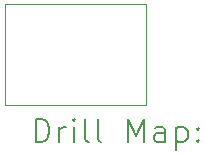
<source format=gbr>
%TF.GenerationSoftware,KiCad,Pcbnew,7.0.10*%
%TF.CreationDate,2024-03-11T00:13:40-07:00*%
%TF.ProjectId,Pressure_Sensor_Mount,50726573-7375-4726-955f-53656e736f72,rev?*%
%TF.SameCoordinates,Original*%
%TF.FileFunction,Drillmap*%
%TF.FilePolarity,Positive*%
%FSLAX45Y45*%
G04 Gerber Fmt 4.5, Leading zero omitted, Abs format (unit mm)*
G04 Created by KiCad (PCBNEW 7.0.10) date 2024-03-11 00:13:40*
%MOMM*%
%LPD*%
G01*
G04 APERTURE LIST*
%ADD10C,0.100000*%
%ADD11C,0.200000*%
G04 APERTURE END LIST*
D10*
X13840000Y-8580000D02*
X15030000Y-8580000D01*
X15030000Y-9430000D01*
X13840000Y-9430000D01*
X13840000Y-8580000D01*
D11*
X14095777Y-9746484D02*
X14095777Y-9546484D01*
X14095777Y-9546484D02*
X14143396Y-9546484D01*
X14143396Y-9546484D02*
X14171967Y-9556008D01*
X14171967Y-9556008D02*
X14191015Y-9575055D01*
X14191015Y-9575055D02*
X14200539Y-9594103D01*
X14200539Y-9594103D02*
X14210062Y-9632198D01*
X14210062Y-9632198D02*
X14210062Y-9660770D01*
X14210062Y-9660770D02*
X14200539Y-9698865D01*
X14200539Y-9698865D02*
X14191015Y-9717912D01*
X14191015Y-9717912D02*
X14171967Y-9736960D01*
X14171967Y-9736960D02*
X14143396Y-9746484D01*
X14143396Y-9746484D02*
X14095777Y-9746484D01*
X14295777Y-9746484D02*
X14295777Y-9613150D01*
X14295777Y-9651246D02*
X14305301Y-9632198D01*
X14305301Y-9632198D02*
X14314824Y-9622674D01*
X14314824Y-9622674D02*
X14333872Y-9613150D01*
X14333872Y-9613150D02*
X14352920Y-9613150D01*
X14419586Y-9746484D02*
X14419586Y-9613150D01*
X14419586Y-9546484D02*
X14410062Y-9556008D01*
X14410062Y-9556008D02*
X14419586Y-9565531D01*
X14419586Y-9565531D02*
X14429110Y-9556008D01*
X14429110Y-9556008D02*
X14419586Y-9546484D01*
X14419586Y-9546484D02*
X14419586Y-9565531D01*
X14543396Y-9746484D02*
X14524348Y-9736960D01*
X14524348Y-9736960D02*
X14514824Y-9717912D01*
X14514824Y-9717912D02*
X14514824Y-9546484D01*
X14648158Y-9746484D02*
X14629110Y-9736960D01*
X14629110Y-9736960D02*
X14619586Y-9717912D01*
X14619586Y-9717912D02*
X14619586Y-9546484D01*
X14876729Y-9746484D02*
X14876729Y-9546484D01*
X14876729Y-9546484D02*
X14943396Y-9689341D01*
X14943396Y-9689341D02*
X15010062Y-9546484D01*
X15010062Y-9546484D02*
X15010062Y-9746484D01*
X15191015Y-9746484D02*
X15191015Y-9641722D01*
X15191015Y-9641722D02*
X15181491Y-9622674D01*
X15181491Y-9622674D02*
X15162443Y-9613150D01*
X15162443Y-9613150D02*
X15124348Y-9613150D01*
X15124348Y-9613150D02*
X15105301Y-9622674D01*
X15191015Y-9736960D02*
X15171967Y-9746484D01*
X15171967Y-9746484D02*
X15124348Y-9746484D01*
X15124348Y-9746484D02*
X15105301Y-9736960D01*
X15105301Y-9736960D02*
X15095777Y-9717912D01*
X15095777Y-9717912D02*
X15095777Y-9698865D01*
X15095777Y-9698865D02*
X15105301Y-9679817D01*
X15105301Y-9679817D02*
X15124348Y-9670293D01*
X15124348Y-9670293D02*
X15171967Y-9670293D01*
X15171967Y-9670293D02*
X15191015Y-9660770D01*
X15286253Y-9613150D02*
X15286253Y-9813150D01*
X15286253Y-9622674D02*
X15305301Y-9613150D01*
X15305301Y-9613150D02*
X15343396Y-9613150D01*
X15343396Y-9613150D02*
X15362443Y-9622674D01*
X15362443Y-9622674D02*
X15371967Y-9632198D01*
X15371967Y-9632198D02*
X15381491Y-9651246D01*
X15381491Y-9651246D02*
X15381491Y-9708389D01*
X15381491Y-9708389D02*
X15371967Y-9727436D01*
X15371967Y-9727436D02*
X15362443Y-9736960D01*
X15362443Y-9736960D02*
X15343396Y-9746484D01*
X15343396Y-9746484D02*
X15305301Y-9746484D01*
X15305301Y-9746484D02*
X15286253Y-9736960D01*
X15467205Y-9727436D02*
X15476729Y-9736960D01*
X15476729Y-9736960D02*
X15467205Y-9746484D01*
X15467205Y-9746484D02*
X15457682Y-9736960D01*
X15457682Y-9736960D02*
X15467205Y-9727436D01*
X15467205Y-9727436D02*
X15467205Y-9746484D01*
X15467205Y-9622674D02*
X15476729Y-9632198D01*
X15476729Y-9632198D02*
X15467205Y-9641722D01*
X15467205Y-9641722D02*
X15457682Y-9632198D01*
X15457682Y-9632198D02*
X15467205Y-9622674D01*
X15467205Y-9622674D02*
X15467205Y-9641722D01*
M02*

</source>
